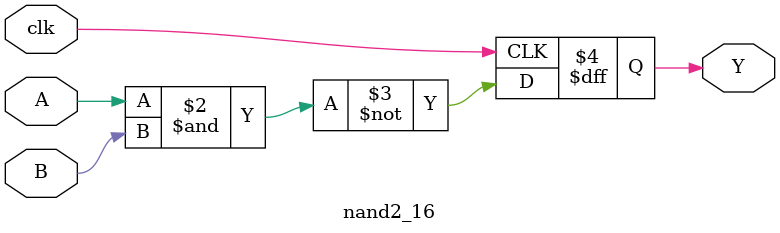
<source format=sv>
module nand2_16 (
    input wire A, B,
    input wire clk,
    output reg Y
);

    always @(posedge clk) begin
        Y <= ~(A & B); // Update output on clock's positive edge
    end
endmodule

</source>
